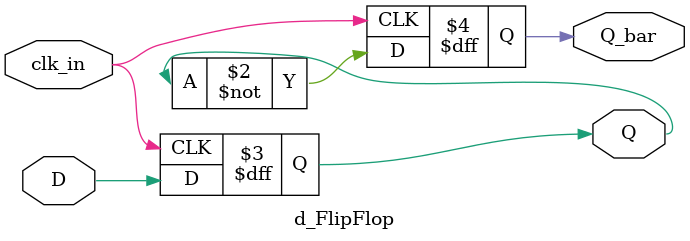
<source format=sv>
`timescale 1ns / 1ps


module d_FlipFlop(
    input clk_in,
    input D,
    output reg Q,
    output reg Q_bar

    );
    
    always_ff @(posedge clk_in)
    begin
      Q <= D;
      Q_bar <= ~Q;
    end 
    
    
endmodule

</source>
